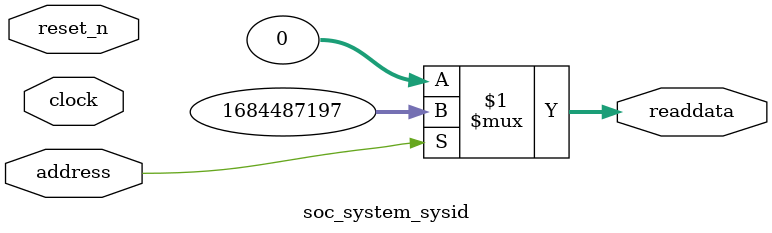
<source format=v>



// synthesis translate_off
`timescale 1ns / 1ps
// synthesis translate_on

// turn off superfluous verilog processor warnings 
// altera message_level Level1 
// altera message_off 10034 10035 10036 10037 10230 10240 10030 

module soc_system_sysid (
               // inputs:
                address,
                clock,
                reset_n,

               // outputs:
                readdata
             )
;

  output  [ 31: 0] readdata;
  input            address;
  input            clock;
  input            reset_n;

  wire    [ 31: 0] readdata;
  //control_slave, which is an e_avalon_slave
  assign readdata = address ? 1684487197 : 0;

endmodule



</source>
